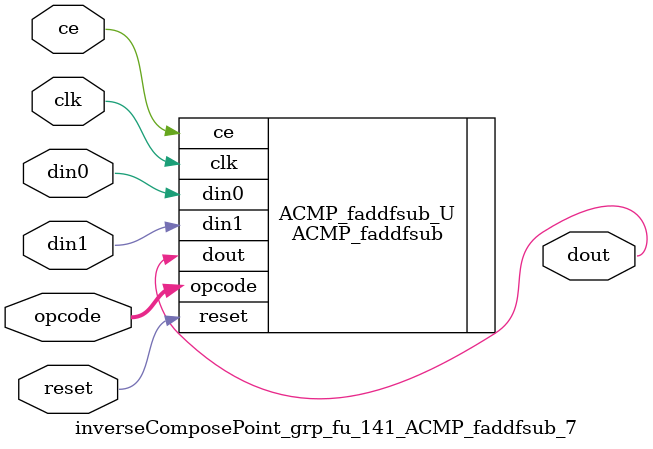
<source format=v>

`timescale 1 ns / 1 ps
module inverseComposePoint_grp_fu_141_ACMP_faddfsub_7(
    clk,
    reset,
    ce,
    din0,
    din1,
    opcode,
    dout);

parameter ID = 32'd1;
parameter NUM_STAGE = 32'd1;
parameter din0_WIDTH = 32'd1;
parameter din1_WIDTH = 32'd1;
parameter dout_WIDTH = 32'd1;
input clk;
input reset;
input ce;
input[din0_WIDTH - 1:0] din0;
input[din1_WIDTH - 1:0] din1;
input[2 - 1:0] opcode;
output[dout_WIDTH - 1:0] dout;



ACMP_faddfsub #(
.ID( ID ),
.NUM_STAGE( 4 ),
.din0_WIDTH( din0_WIDTH ),
.din1_WIDTH( din1_WIDTH ),
.dout_WIDTH( dout_WIDTH ))
ACMP_faddfsub_U(
    .clk( clk ),
    .reset( reset ),
    .ce( ce ),
    .din0( din0 ),
    .din1( din1 ),
    .dout( dout ),
    .opcode( opcode ));

endmodule

</source>
